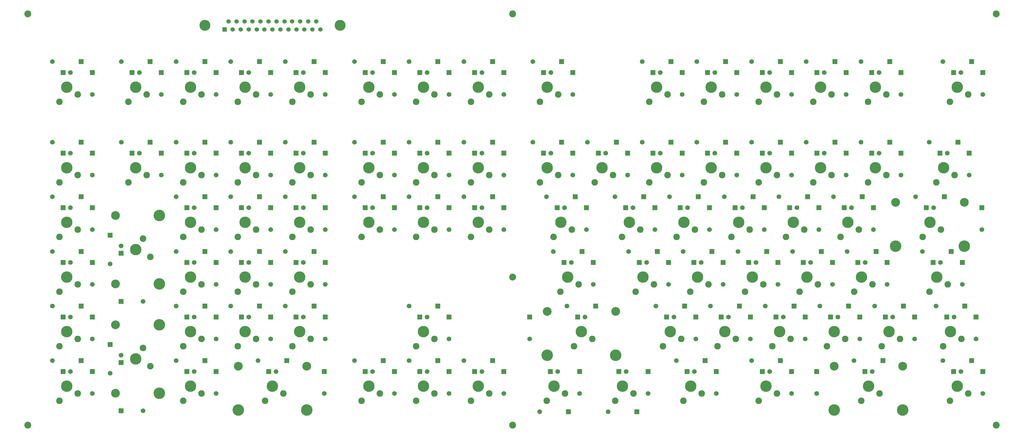
<source format=gbs>
G04 #@! TF.FileFunction,Soldermask,Bot*
%FSLAX46Y46*%
G04 Gerber Fmt 4.6, Leading zero omitted, Abs format (unit mm)*
G04 Created by KiCad (PCBNEW 4.0.7) date 12/13/17 15:10:49*
%MOMM*%
%LPD*%
G01*
G04 APERTURE LIST*
%ADD10C,0.100000*%
%ADD11C,2.286000*%
%ADD12C,3.987800*%
%ADD13C,1.651000*%
%ADD14R,1.651000X1.651000*%
%ADD15C,3.810000*%
%ADD16R,1.524000X1.524000*%
%ADD17C,1.524000*%
%ADD18C,2.400000*%
%ADD19C,4.000000*%
%ADD20C,3.050000*%
G04 APERTURE END LIST*
D10*
D11*
X257460000Y-62080000D03*
X263810000Y-59540000D03*
D12*
X260000000Y-57000000D03*
D13*
X268890000Y-59540000D03*
D14*
X268890000Y-51920000D03*
D13*
X261270000Y-51920000D03*
D14*
X258730000Y-51920000D03*
X265000000Y-48110000D03*
D13*
X255000000Y-48110000D03*
D11*
X285960000Y-81080000D03*
X292310000Y-78540000D03*
D12*
X288500000Y-76000000D03*
D13*
X297390000Y-78540000D03*
D14*
X297390000Y-70920000D03*
D13*
X289770000Y-70920000D03*
D14*
X287230000Y-70920000D03*
X293500000Y-67110000D03*
D13*
X283500000Y-67110000D03*
D11*
X266960000Y-81080000D03*
X273310000Y-78540000D03*
D12*
X269500000Y-76000000D03*
D13*
X278390000Y-78540000D03*
D14*
X278390000Y-70920000D03*
D13*
X270770000Y-70920000D03*
D14*
X268230000Y-70920000D03*
X274500000Y-67110000D03*
D13*
X264500000Y-67110000D03*
D11*
X247960000Y-81080000D03*
X254310000Y-78540000D03*
D12*
X250500000Y-76000000D03*
D13*
X259390000Y-78540000D03*
D14*
X259390000Y-70920000D03*
D13*
X251770000Y-70920000D03*
D14*
X249230000Y-70920000D03*
X255500000Y-67110000D03*
D13*
X245500000Y-67110000D03*
D11*
X228960000Y-81080000D03*
X235310000Y-78540000D03*
D12*
X231500000Y-76000000D03*
D13*
X240390000Y-78540000D03*
D14*
X240390000Y-70920000D03*
D13*
X232770000Y-70920000D03*
D14*
X230230000Y-70920000D03*
X236500000Y-67110000D03*
D13*
X226500000Y-67110000D03*
D11*
X209960000Y-81080000D03*
X216310000Y-78540000D03*
D12*
X212500000Y-76000000D03*
D13*
X221390000Y-78540000D03*
D14*
X221390000Y-70920000D03*
D13*
X213770000Y-70920000D03*
D14*
X211230000Y-70920000D03*
X217500000Y-67110000D03*
D13*
X207500000Y-67110000D03*
D11*
X186210000Y-81080000D03*
X192560000Y-78540000D03*
D12*
X188750000Y-76000000D03*
D13*
X197640000Y-78540000D03*
D14*
X197640000Y-70920000D03*
D13*
X190020000Y-70920000D03*
D14*
X187480000Y-70920000D03*
X193750000Y-67110000D03*
D13*
X183750000Y-67110000D03*
D11*
X319210000Y-62080000D03*
X325560000Y-59540000D03*
D12*
X321750000Y-57000000D03*
D13*
X330640000Y-59540000D03*
D14*
X330640000Y-51920000D03*
D13*
X323020000Y-51920000D03*
D14*
X320480000Y-51920000D03*
X326750000Y-48110000D03*
D13*
X316750000Y-48110000D03*
D11*
X295460000Y-62080000D03*
X301810000Y-59540000D03*
D12*
X298000000Y-57000000D03*
D13*
X306890000Y-59540000D03*
D14*
X306890000Y-51920000D03*
D13*
X299270000Y-51920000D03*
D14*
X296730000Y-51920000D03*
X303000000Y-48110000D03*
D13*
X293000000Y-48110000D03*
D11*
X276460000Y-62080000D03*
X282810000Y-59540000D03*
D12*
X279000000Y-57000000D03*
D13*
X287890000Y-59540000D03*
D14*
X287890000Y-51920000D03*
D13*
X280270000Y-51920000D03*
D14*
X277730000Y-51920000D03*
X284000000Y-48110000D03*
D13*
X274000000Y-48110000D03*
D11*
X188585000Y-100080000D03*
X194935000Y-97540000D03*
D12*
X191125000Y-95000000D03*
D13*
X200015000Y-97540000D03*
D14*
X200015000Y-89920000D03*
D13*
X192395000Y-89920000D03*
D14*
X189855000Y-89920000D03*
X196125000Y-86110000D03*
D13*
X186125000Y-86110000D03*
D11*
X238460000Y-62080000D03*
X244810000Y-59540000D03*
D12*
X241000000Y-57000000D03*
D13*
X249890000Y-59540000D03*
D14*
X249890000Y-51920000D03*
D13*
X242270000Y-51920000D03*
D14*
X239730000Y-51920000D03*
X246000000Y-48110000D03*
D13*
X236000000Y-48110000D03*
D11*
X219460000Y-62080000D03*
X225810000Y-59540000D03*
D12*
X222000000Y-57000000D03*
D13*
X230890000Y-59540000D03*
D14*
X230890000Y-51920000D03*
D13*
X223270000Y-51920000D03*
D14*
X220730000Y-51920000D03*
X227000000Y-48110000D03*
D13*
X217000000Y-48110000D03*
D11*
X200460000Y-62080000D03*
X206810000Y-59540000D03*
D12*
X203000000Y-57000000D03*
D13*
X211890000Y-59540000D03*
D14*
X211890000Y-51920000D03*
D13*
X204270000Y-51920000D03*
D14*
X201730000Y-51920000D03*
X208000000Y-48110000D03*
D13*
X198000000Y-48110000D03*
D11*
X181460000Y-62080000D03*
X187810000Y-59540000D03*
D12*
X184000000Y-57000000D03*
D13*
X192890000Y-59540000D03*
D14*
X192890000Y-51920000D03*
D13*
X185270000Y-51920000D03*
D14*
X182730000Y-51920000D03*
X189000000Y-48110000D03*
D13*
X179000000Y-48110000D03*
D11*
X323960000Y-34080000D03*
X330310000Y-31540000D03*
D12*
X326500000Y-29000000D03*
D13*
X335390000Y-31540000D03*
D14*
X335390000Y-23920000D03*
D13*
X327770000Y-23920000D03*
D14*
X325230000Y-23920000D03*
X331500000Y-20110000D03*
D13*
X321500000Y-20110000D03*
D11*
X295460000Y-34080000D03*
X301810000Y-31540000D03*
D12*
X298000000Y-29000000D03*
D13*
X306890000Y-31540000D03*
D14*
X306890000Y-23920000D03*
D13*
X299270000Y-23920000D03*
D14*
X296730000Y-23920000D03*
X303000000Y-20110000D03*
D13*
X293000000Y-20110000D03*
D11*
X276460000Y-34080000D03*
X282810000Y-31540000D03*
D12*
X279000000Y-29000000D03*
D13*
X287890000Y-31540000D03*
D14*
X287890000Y-23920000D03*
D13*
X280270000Y-23920000D03*
D14*
X277730000Y-23920000D03*
X284000000Y-20110000D03*
D13*
X274000000Y-20110000D03*
D11*
X257460000Y-34080000D03*
X263810000Y-31540000D03*
D12*
X260000000Y-29000000D03*
D13*
X268890000Y-31540000D03*
D14*
X268890000Y-23920000D03*
D13*
X261270000Y-23920000D03*
D14*
X258730000Y-23920000D03*
X265000000Y-20110000D03*
D13*
X255000000Y-20110000D03*
D11*
X238460000Y-34080000D03*
X244810000Y-31540000D03*
D12*
X241000000Y-29000000D03*
D13*
X249890000Y-31540000D03*
D14*
X249890000Y-23920000D03*
D13*
X242270000Y-23920000D03*
D14*
X239730000Y-23920000D03*
X246000000Y-20110000D03*
D13*
X236000000Y-20110000D03*
D11*
X262210000Y-119080000D03*
X268560000Y-116540000D03*
D12*
X264750000Y-114000000D03*
D13*
X273640000Y-116540000D03*
D14*
X273640000Y-108920000D03*
D13*
X266020000Y-108920000D03*
D14*
X263480000Y-108920000D03*
X269750000Y-105110000D03*
D13*
X259750000Y-105110000D03*
D11*
X323960000Y-138080000D03*
X330310000Y-135540000D03*
D12*
X326500000Y-133000000D03*
D13*
X335390000Y-135540000D03*
D14*
X335390000Y-127920000D03*
D13*
X327770000Y-127920000D03*
D14*
X325230000Y-127920000D03*
X331500000Y-124110000D03*
D13*
X321500000Y-124110000D03*
D11*
X257460000Y-138080000D03*
X263810000Y-135540000D03*
D12*
X260000000Y-133000000D03*
D13*
X268890000Y-135540000D03*
D14*
X268890000Y-127920000D03*
D13*
X261270000Y-127920000D03*
D14*
X258730000Y-127920000D03*
X265000000Y-124110000D03*
D13*
X255000000Y-124110000D03*
D11*
X231335000Y-138080000D03*
X237685000Y-135540000D03*
D12*
X233875000Y-133000000D03*
D13*
X242765000Y-135540000D03*
D14*
X242765000Y-127920000D03*
D13*
X235145000Y-127920000D03*
D14*
X232605000Y-127920000D03*
X238875000Y-124110000D03*
D13*
X228875000Y-124110000D03*
D11*
X321585000Y-119080000D03*
X327935000Y-116540000D03*
D12*
X324125000Y-114000000D03*
D13*
X333015000Y-116540000D03*
D14*
X333015000Y-108920000D03*
D13*
X325395000Y-108920000D03*
D14*
X322855000Y-108920000D03*
X329125000Y-105110000D03*
D13*
X319125000Y-105110000D03*
D11*
X300210000Y-119080000D03*
X306560000Y-116540000D03*
D12*
X302750000Y-114000000D03*
D13*
X311640000Y-116540000D03*
D14*
X311640000Y-108920000D03*
D13*
X304020000Y-108920000D03*
D14*
X301480000Y-108920000D03*
X307750000Y-105110000D03*
D13*
X297750000Y-105110000D03*
D11*
X281210000Y-119080000D03*
X287560000Y-116540000D03*
D12*
X283750000Y-114000000D03*
D13*
X292640000Y-116540000D03*
D14*
X292640000Y-108920000D03*
D13*
X285020000Y-108920000D03*
D14*
X282480000Y-108920000D03*
X288750000Y-105110000D03*
D13*
X278750000Y-105110000D03*
D11*
X219460000Y-34080000D03*
X225810000Y-31540000D03*
D12*
X222000000Y-29000000D03*
D13*
X230890000Y-31540000D03*
D14*
X230890000Y-23920000D03*
D13*
X223270000Y-23920000D03*
D14*
X220730000Y-23920000D03*
X227000000Y-20110000D03*
D13*
X217000000Y-20110000D03*
D11*
X243210000Y-119080000D03*
X249560000Y-116540000D03*
D12*
X245750000Y-114000000D03*
D13*
X254640000Y-116540000D03*
D14*
X254640000Y-108920000D03*
D13*
X247020000Y-108920000D03*
D14*
X244480000Y-108920000D03*
X250750000Y-105110000D03*
D13*
X240750000Y-105110000D03*
D11*
X224210000Y-119080000D03*
X230560000Y-116540000D03*
D12*
X226750000Y-114000000D03*
D13*
X235640000Y-116540000D03*
D14*
X235640000Y-108920000D03*
D13*
X228020000Y-108920000D03*
D14*
X225480000Y-108920000D03*
X231750000Y-105110000D03*
D13*
X221750000Y-105110000D03*
D11*
X316835000Y-100080000D03*
X323185000Y-97540000D03*
D12*
X319375000Y-95000000D03*
D13*
X328265000Y-97540000D03*
D14*
X328265000Y-89920000D03*
D13*
X320645000Y-89920000D03*
D14*
X318105000Y-89920000D03*
X324375000Y-86110000D03*
D13*
X314375000Y-86110000D03*
D11*
X290710000Y-100080000D03*
X297060000Y-97540000D03*
D12*
X293250000Y-95000000D03*
D13*
X302140000Y-97540000D03*
D14*
X302140000Y-89920000D03*
D13*
X294520000Y-89920000D03*
D14*
X291980000Y-89920000D03*
X298250000Y-86110000D03*
D13*
X288250000Y-86110000D03*
D11*
X271710000Y-100080000D03*
X278060000Y-97540000D03*
D12*
X274250000Y-95000000D03*
D13*
X283140000Y-97540000D03*
D14*
X283140000Y-89920000D03*
D13*
X275520000Y-89920000D03*
D14*
X272980000Y-89920000D03*
X279250000Y-86110000D03*
D13*
X269250000Y-86110000D03*
D11*
X252710000Y-100080000D03*
X259060000Y-97540000D03*
D12*
X255250000Y-95000000D03*
D13*
X264140000Y-97540000D03*
D14*
X264140000Y-89920000D03*
D13*
X256520000Y-89920000D03*
D14*
X253980000Y-89920000D03*
X260250000Y-86110000D03*
D13*
X250250000Y-86110000D03*
D11*
X233710000Y-100080000D03*
X240060000Y-97540000D03*
D12*
X236250000Y-95000000D03*
D13*
X245140000Y-97540000D03*
D14*
X245140000Y-89920000D03*
D13*
X237520000Y-89920000D03*
D14*
X234980000Y-89920000D03*
X241250000Y-86110000D03*
D13*
X231250000Y-86110000D03*
D11*
X214710000Y-100080000D03*
X221060000Y-97540000D03*
D12*
X217250000Y-95000000D03*
D13*
X226140000Y-97540000D03*
D14*
X226140000Y-89920000D03*
D13*
X218520000Y-89920000D03*
D14*
X215980000Y-89920000D03*
X222250000Y-86110000D03*
D13*
X212250000Y-86110000D03*
D11*
X38460000Y-62080000D03*
X44810000Y-59540000D03*
D12*
X41000000Y-57000000D03*
D13*
X49890000Y-59540000D03*
D14*
X49890000Y-51920000D03*
D13*
X42270000Y-51920000D03*
D14*
X39730000Y-51920000D03*
X46000000Y-48110000D03*
D13*
X36000000Y-48110000D03*
D11*
X95460000Y-100080000D03*
X101810000Y-97540000D03*
D12*
X98000000Y-95000000D03*
D13*
X106890000Y-97540000D03*
D14*
X106890000Y-89920000D03*
D13*
X99270000Y-89920000D03*
D14*
X96730000Y-89920000D03*
X103000000Y-86110000D03*
D13*
X93000000Y-86110000D03*
D11*
X76460000Y-100080000D03*
X82810000Y-97540000D03*
D12*
X79000000Y-95000000D03*
D13*
X87890000Y-97540000D03*
D14*
X87890000Y-89920000D03*
D13*
X80270000Y-89920000D03*
D14*
X77730000Y-89920000D03*
X84000000Y-86110000D03*
D13*
X74000000Y-86110000D03*
D11*
X57460000Y-100080000D03*
X63810000Y-97540000D03*
D12*
X60000000Y-95000000D03*
D13*
X68890000Y-97540000D03*
D14*
X68890000Y-89920000D03*
D13*
X61270000Y-89920000D03*
D14*
X58730000Y-89920000D03*
X65000000Y-86110000D03*
D13*
X55000000Y-86110000D03*
D11*
X95460000Y-81080000D03*
X101810000Y-78540000D03*
D12*
X98000000Y-76000000D03*
D13*
X106890000Y-78540000D03*
D14*
X106890000Y-70920000D03*
D13*
X99270000Y-70920000D03*
D14*
X96730000Y-70920000D03*
X103000000Y-67110000D03*
D13*
X93000000Y-67110000D03*
D11*
X76460000Y-81080000D03*
X82810000Y-78540000D03*
D12*
X79000000Y-76000000D03*
D13*
X87890000Y-78540000D03*
D14*
X87890000Y-70920000D03*
D13*
X80270000Y-70920000D03*
D14*
X77730000Y-70920000D03*
X84000000Y-67110000D03*
D13*
X74000000Y-67110000D03*
D11*
X57460000Y-81080000D03*
X63810000Y-78540000D03*
D12*
X60000000Y-76000000D03*
D13*
X68890000Y-78540000D03*
D14*
X68890000Y-70920000D03*
D13*
X61270000Y-70920000D03*
D14*
X58730000Y-70920000D03*
X65000000Y-67110000D03*
D13*
X55000000Y-67110000D03*
D11*
X95460000Y-62080000D03*
X101810000Y-59540000D03*
D12*
X98000000Y-57000000D03*
D13*
X106890000Y-59540000D03*
D14*
X106890000Y-51920000D03*
D13*
X99270000Y-51920000D03*
D14*
X96730000Y-51920000D03*
X103000000Y-48110000D03*
D13*
X93000000Y-48110000D03*
D11*
X76460000Y-62080000D03*
X82810000Y-59540000D03*
D12*
X79000000Y-57000000D03*
D13*
X87890000Y-59540000D03*
D14*
X87890000Y-51920000D03*
D13*
X80270000Y-51920000D03*
D14*
X77730000Y-51920000D03*
X84000000Y-48110000D03*
D13*
X74000000Y-48110000D03*
D11*
X57460000Y-62080000D03*
X63810000Y-59540000D03*
D12*
X60000000Y-57000000D03*
D13*
X68890000Y-59540000D03*
D14*
X68890000Y-51920000D03*
D13*
X61270000Y-51920000D03*
D14*
X58730000Y-51920000D03*
X65000000Y-48110000D03*
D13*
X55000000Y-48110000D03*
D11*
X95460000Y-34080000D03*
X101810000Y-31540000D03*
D12*
X98000000Y-29000000D03*
D13*
X106890000Y-31540000D03*
D14*
X106890000Y-23920000D03*
D13*
X99270000Y-23920000D03*
D14*
X96730000Y-23920000D03*
X103000000Y-20110000D03*
D13*
X93000000Y-20110000D03*
D11*
X76460000Y-34080000D03*
X82810000Y-31540000D03*
D12*
X79000000Y-29000000D03*
D13*
X87890000Y-31540000D03*
D14*
X87890000Y-23920000D03*
D13*
X80270000Y-23920000D03*
D14*
X77730000Y-23920000D03*
X84000000Y-20110000D03*
D13*
X74000000Y-20110000D03*
D11*
X57460000Y-34080000D03*
X63810000Y-31540000D03*
D12*
X60000000Y-29000000D03*
D13*
X68890000Y-31540000D03*
D14*
X68890000Y-23920000D03*
D13*
X61270000Y-23920000D03*
D14*
X58730000Y-23920000D03*
X65000000Y-20110000D03*
D13*
X55000000Y-20110000D03*
D11*
X38460000Y-34080000D03*
X44810000Y-31540000D03*
D12*
X41000000Y-29000000D03*
D13*
X49890000Y-31540000D03*
D14*
X49890000Y-23920000D03*
D13*
X42270000Y-23920000D03*
D14*
X39730000Y-23920000D03*
X46000000Y-20110000D03*
D13*
X36000000Y-20110000D03*
D11*
X14460000Y-138080000D03*
X20810000Y-135540000D03*
D12*
X17000000Y-133000000D03*
D13*
X25890000Y-135540000D03*
D14*
X25890000Y-127920000D03*
D13*
X18270000Y-127920000D03*
D14*
X15730000Y-127920000D03*
X22000000Y-124110000D03*
D13*
X12000000Y-124110000D03*
D11*
X14460000Y-119080000D03*
X20810000Y-116540000D03*
D12*
X17000000Y-114000000D03*
D13*
X25890000Y-116540000D03*
D14*
X25890000Y-108920000D03*
D13*
X18270000Y-108920000D03*
D14*
X15730000Y-108920000D03*
X22000000Y-105110000D03*
D13*
X12000000Y-105110000D03*
D11*
X14460000Y-100080000D03*
X20810000Y-97540000D03*
D12*
X17000000Y-95000000D03*
D13*
X25890000Y-97540000D03*
D14*
X25890000Y-89920000D03*
D13*
X18270000Y-89920000D03*
D14*
X15730000Y-89920000D03*
X22000000Y-86110000D03*
D13*
X12000000Y-86110000D03*
D11*
X14460000Y-81080000D03*
X20810000Y-78540000D03*
D12*
X17000000Y-76000000D03*
D13*
X25890000Y-78540000D03*
D14*
X25890000Y-70920000D03*
D13*
X18270000Y-70920000D03*
D14*
X15730000Y-70920000D03*
X22000000Y-67110000D03*
D13*
X12000000Y-67110000D03*
D11*
X14460000Y-62080000D03*
X20810000Y-59540000D03*
D12*
X17000000Y-57000000D03*
D13*
X25890000Y-59540000D03*
D14*
X25890000Y-51920000D03*
D13*
X18270000Y-51920000D03*
D14*
X15730000Y-51920000D03*
X22000000Y-48110000D03*
D13*
X12000000Y-48110000D03*
D11*
X119460000Y-62080000D03*
X125810000Y-59540000D03*
D12*
X122000000Y-57000000D03*
D13*
X130890000Y-59540000D03*
D14*
X130890000Y-51920000D03*
D13*
X123270000Y-51920000D03*
D14*
X120730000Y-51920000D03*
X127000000Y-48110000D03*
D13*
X117000000Y-48110000D03*
D11*
X181460000Y-34080000D03*
X187810000Y-31540000D03*
D12*
X184000000Y-29000000D03*
D13*
X192890000Y-31540000D03*
D14*
X192890000Y-23920000D03*
D13*
X185270000Y-23920000D03*
D14*
X182730000Y-23920000D03*
X189000000Y-20110000D03*
D13*
X179000000Y-20110000D03*
D11*
X157460000Y-138080000D03*
X163810000Y-135540000D03*
D12*
X160000000Y-133000000D03*
D13*
X168890000Y-135540000D03*
D14*
X168890000Y-127920000D03*
D13*
X161270000Y-127920000D03*
D14*
X158730000Y-127920000D03*
X165000000Y-124110000D03*
D13*
X155000000Y-124110000D03*
D11*
X138460000Y-138080000D03*
X144810000Y-135540000D03*
D12*
X141000000Y-133000000D03*
D13*
X149890000Y-135540000D03*
D14*
X149890000Y-127920000D03*
D13*
X142270000Y-127920000D03*
D14*
X139730000Y-127920000D03*
X146000000Y-124110000D03*
D13*
X136000000Y-124110000D03*
D11*
X119460000Y-138080000D03*
X125810000Y-135540000D03*
D12*
X122000000Y-133000000D03*
D13*
X130890000Y-135540000D03*
D14*
X130890000Y-127920000D03*
D13*
X123270000Y-127920000D03*
D14*
X120730000Y-127920000D03*
X127000000Y-124110000D03*
D13*
X117000000Y-124110000D03*
D11*
X138460000Y-119080000D03*
X144810000Y-116540000D03*
D12*
X141000000Y-114000000D03*
D13*
X149890000Y-116540000D03*
D14*
X149890000Y-108920000D03*
D13*
X142270000Y-108920000D03*
D14*
X139730000Y-108920000D03*
X146000000Y-105110000D03*
D13*
X136000000Y-105110000D03*
D11*
X157460000Y-81080000D03*
X163810000Y-78540000D03*
D12*
X160000000Y-76000000D03*
D13*
X168890000Y-78540000D03*
D14*
X168890000Y-70920000D03*
D13*
X161270000Y-70920000D03*
D14*
X158730000Y-70920000D03*
X165000000Y-67110000D03*
D13*
X155000000Y-67110000D03*
D11*
X138460000Y-81080000D03*
X144810000Y-78540000D03*
D12*
X141000000Y-76000000D03*
D13*
X149890000Y-78540000D03*
D14*
X149890000Y-70920000D03*
D13*
X142270000Y-70920000D03*
D14*
X139730000Y-70920000D03*
X146000000Y-67110000D03*
D13*
X136000000Y-67110000D03*
D11*
X119460000Y-81080000D03*
X125810000Y-78540000D03*
D12*
X122000000Y-76000000D03*
D13*
X130890000Y-78540000D03*
D14*
X130890000Y-70920000D03*
D13*
X123270000Y-70920000D03*
D14*
X120730000Y-70920000D03*
X127000000Y-67110000D03*
D13*
X117000000Y-67110000D03*
D11*
X157460000Y-62080000D03*
X163810000Y-59540000D03*
D12*
X160000000Y-57000000D03*
D13*
X168890000Y-59540000D03*
D14*
X168890000Y-51920000D03*
D13*
X161270000Y-51920000D03*
D14*
X158730000Y-51920000D03*
X165000000Y-48110000D03*
D13*
X155000000Y-48110000D03*
D11*
X138460000Y-62080000D03*
X144810000Y-59540000D03*
D12*
X141000000Y-57000000D03*
D13*
X149890000Y-59540000D03*
D14*
X149890000Y-51920000D03*
D13*
X142270000Y-51920000D03*
D14*
X139730000Y-51920000D03*
X146000000Y-48110000D03*
D13*
X136000000Y-48110000D03*
D11*
X14460000Y-34080000D03*
X20810000Y-31540000D03*
D12*
X17000000Y-29000000D03*
D13*
X25890000Y-31540000D03*
D14*
X25890000Y-23920000D03*
D13*
X18270000Y-23920000D03*
D14*
X15730000Y-23920000D03*
X22000000Y-20110000D03*
D13*
X12000000Y-20110000D03*
D11*
X157460000Y-34080000D03*
X163810000Y-31540000D03*
D12*
X160000000Y-29000000D03*
D13*
X168890000Y-31540000D03*
D14*
X168890000Y-23920000D03*
D13*
X161270000Y-23920000D03*
D14*
X158730000Y-23920000D03*
X165000000Y-20110000D03*
D13*
X155000000Y-20110000D03*
D11*
X138460000Y-34080000D03*
X144810000Y-31540000D03*
D12*
X141000000Y-29000000D03*
D13*
X149890000Y-31540000D03*
D14*
X149890000Y-23920000D03*
D13*
X142270000Y-23920000D03*
D14*
X139730000Y-23920000D03*
X146000000Y-20110000D03*
D13*
X136000000Y-20110000D03*
D11*
X119460000Y-34080000D03*
X125810000Y-31540000D03*
D12*
X122000000Y-29000000D03*
D13*
X130890000Y-31540000D03*
D14*
X130890000Y-23920000D03*
D13*
X123270000Y-23920000D03*
D14*
X120730000Y-23920000D03*
X127000000Y-20110000D03*
D13*
X117000000Y-20110000D03*
D11*
X57460000Y-138080000D03*
X63810000Y-135540000D03*
D12*
X60000000Y-133000000D03*
D13*
X68890000Y-135540000D03*
D14*
X68890000Y-127920000D03*
D13*
X61270000Y-127920000D03*
D14*
X58730000Y-127920000D03*
X65000000Y-124110000D03*
D13*
X55000000Y-124110000D03*
D11*
X95460000Y-119080000D03*
X101810000Y-116540000D03*
D12*
X98000000Y-114000000D03*
D13*
X106890000Y-116540000D03*
D14*
X106890000Y-108920000D03*
D13*
X99270000Y-108920000D03*
D14*
X96730000Y-108920000D03*
X103000000Y-105110000D03*
D13*
X93000000Y-105110000D03*
D11*
X76460000Y-119080000D03*
X82810000Y-116540000D03*
D12*
X79000000Y-114000000D03*
D13*
X87890000Y-116540000D03*
D14*
X87890000Y-108920000D03*
D13*
X80270000Y-108920000D03*
D14*
X77730000Y-108920000D03*
X84000000Y-105110000D03*
D13*
X74000000Y-105110000D03*
D11*
X57460000Y-119080000D03*
X63810000Y-116540000D03*
D12*
X60000000Y-114000000D03*
D13*
X68890000Y-116540000D03*
D14*
X68890000Y-108920000D03*
D13*
X61270000Y-108920000D03*
D14*
X58730000Y-108920000D03*
X65000000Y-105110000D03*
D13*
X55000000Y-105110000D03*
D15*
X111995000Y-7500000D03*
X65005000Y-7500000D03*
D16*
X71863000Y-8897000D03*
D17*
X74657000Y-8897000D03*
X77451000Y-8897000D03*
X80245000Y-8897000D03*
X83039000Y-8897000D03*
X85706000Y-8897000D03*
X88500000Y-8897000D03*
X91294000Y-8897000D03*
X94088000Y-8897000D03*
X96882000Y-8897000D03*
X99549000Y-8897000D03*
X102343000Y-8897000D03*
X105137000Y-8897000D03*
X73260000Y-6103000D03*
X76054000Y-6103000D03*
X78848000Y-6103000D03*
X81515000Y-6103000D03*
X84309000Y-6103000D03*
X87103000Y-6103000D03*
X89897000Y-6103000D03*
X92691000Y-6103000D03*
X95358000Y-6103000D03*
X98152000Y-6103000D03*
X100946000Y-6103000D03*
X103740000Y-6103000D03*
D18*
X3500000Y-3500000D03*
X340000000Y-3500000D03*
X172000000Y-3500000D03*
X3500000Y-146500000D03*
X172000000Y-146500000D03*
X340000000Y-146500000D03*
X172000000Y-95000000D03*
D11*
X46080000Y-88040000D03*
X43540000Y-81690000D03*
D12*
X41000000Y-85500000D03*
D13*
X43540000Y-103500000D03*
D14*
X35920000Y-103500000D03*
D13*
X35920000Y-84230000D03*
D14*
X35920000Y-86770000D03*
X32110000Y-80500000D03*
D13*
X32110000Y-90500000D03*
D19*
X49240000Y-73600000D03*
D20*
X34000000Y-73600000D03*
D19*
X49240000Y-97400000D03*
D20*
X34000000Y-97400000D03*
D11*
X46080000Y-126040000D03*
X43540000Y-119690000D03*
D12*
X41000000Y-123500000D03*
D13*
X43540000Y-141500000D03*
D14*
X35920000Y-141500000D03*
D13*
X35920000Y-122230000D03*
D14*
X35920000Y-124770000D03*
X32110000Y-118500000D03*
D13*
X32110000Y-128500000D03*
D19*
X49240000Y-111600000D03*
D20*
X34000000Y-111600000D03*
D19*
X49240000Y-135400000D03*
D20*
X34000000Y-135400000D03*
D11*
X85960000Y-138080000D03*
X92310000Y-135540000D03*
D12*
X88500000Y-133000000D03*
D13*
X106500000Y-135540000D03*
D14*
X106500000Y-127920000D03*
D13*
X89770000Y-127920000D03*
D14*
X87230000Y-127920000D03*
X93500000Y-124110000D03*
D13*
X83500000Y-124110000D03*
D19*
X100400000Y-141240000D03*
D20*
X100400000Y-126000000D03*
D19*
X76600000Y-141240000D03*
D20*
X76600000Y-126000000D03*
D11*
X193335000Y-119080000D03*
X199685000Y-116540000D03*
D12*
X195875000Y-114000000D03*
D13*
X177875000Y-116540000D03*
D14*
X177875000Y-108920000D03*
D13*
X197145000Y-108920000D03*
D14*
X194605000Y-108920000D03*
X200875000Y-105110000D03*
D13*
X190875000Y-105110000D03*
D19*
X207775000Y-122240000D03*
D20*
X207775000Y-107000000D03*
D19*
X183975000Y-122240000D03*
D20*
X183975000Y-107000000D03*
D11*
X314460000Y-81080000D03*
X320810000Y-78540000D03*
D12*
X317000000Y-76000000D03*
D13*
X335000000Y-78540000D03*
D14*
X335000000Y-70920000D03*
D13*
X318270000Y-70920000D03*
D14*
X315730000Y-70920000D03*
X322000000Y-67110000D03*
D13*
X312000000Y-67110000D03*
D19*
X328900000Y-84240000D03*
D20*
X328900000Y-69000000D03*
D19*
X305100000Y-84240000D03*
D20*
X305100000Y-69000000D03*
D11*
X293085000Y-138080000D03*
X299435000Y-135540000D03*
D12*
X295625000Y-133000000D03*
D13*
X277625000Y-135540000D03*
D14*
X277625000Y-127920000D03*
D13*
X296895000Y-127920000D03*
D14*
X294355000Y-127920000D03*
X300625000Y-124110000D03*
D13*
X290625000Y-124110000D03*
D19*
X307525000Y-141240000D03*
D20*
X307525000Y-126000000D03*
D19*
X283725000Y-141240000D03*
D20*
X283725000Y-126000000D03*
D11*
X183835000Y-138080000D03*
X190185000Y-135540000D03*
D12*
X186375000Y-133000000D03*
D13*
X195265000Y-135540000D03*
D14*
X195265000Y-127920000D03*
D13*
X187645000Y-127920000D03*
D14*
X185105000Y-127920000D03*
X191375000Y-141890000D03*
D13*
X181375000Y-141890000D03*
D11*
X207585000Y-138080000D03*
X213935000Y-135540000D03*
D12*
X210125000Y-133000000D03*
D13*
X219015000Y-135540000D03*
D14*
X219015000Y-127920000D03*
D13*
X211395000Y-127920000D03*
D14*
X208855000Y-127920000D03*
X215125000Y-141890000D03*
D13*
X205125000Y-141890000D03*
M02*

</source>
